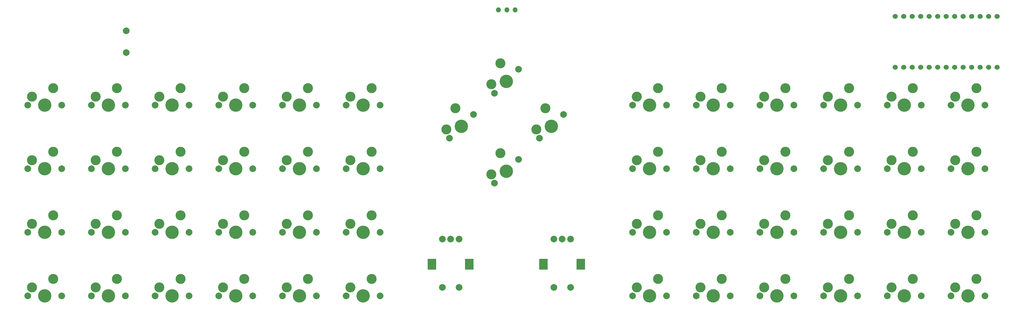
<source format=gts>
G04 #@! TF.GenerationSoftware,KiCad,Pcbnew,(6.0.2)*
G04 #@! TF.CreationDate,2022-02-25T11:44:51+09:00*
G04 #@! TF.ProjectId,RoSoR,526f536f-522e-46b6-9963-61645f706362,rev?*
G04 #@! TF.SameCoordinates,Original*
G04 #@! TF.FileFunction,Soldermask,Top*
G04 #@! TF.FilePolarity,Negative*
%FSLAX46Y46*%
G04 Gerber Fmt 4.6, Leading zero omitted, Abs format (unit mm)*
G04 Created by KiCad (PCBNEW (6.0.2)) date 2022-02-25 11:44:51*
%MOMM*%
%LPD*%
G01*
G04 APERTURE LIST*
%ADD10C,4.000000*%
%ADD11C,3.000000*%
%ADD12C,2.000000*%
%ADD13R,2.500000X3.200000*%
%ADD14C,1.524000*%
%ADD15O,1.500000X1.500000*%
G04 APERTURE END LIST*
D10*
X252412500Y-47625000D03*
D11*
X254952500Y-42545000D03*
D12*
X257492500Y-47625000D03*
X247332500Y-47625000D03*
D11*
X248602500Y-45085000D03*
D10*
X184920385Y-53951635D03*
D12*
X188512487Y-50359533D03*
D11*
X180430257Y-54849661D03*
X183124334Y-48563481D03*
D12*
X181328283Y-57543737D03*
D11*
X54927500Y-42545000D03*
D12*
X57467500Y-47625000D03*
D10*
X52387500Y-47625000D03*
D11*
X48577500Y-45085000D03*
D12*
X47307500Y-47625000D03*
X295592500Y-47625000D03*
D10*
X290512500Y-47625000D03*
D11*
X293052500Y-42545000D03*
X286702500Y-45085000D03*
D12*
X285432500Y-47625000D03*
X57745458Y-25325072D03*
X57745458Y-31825072D03*
X209232500Y-85725000D03*
D10*
X214312500Y-85725000D03*
D11*
X210502500Y-83185000D03*
X216852500Y-80645000D03*
D12*
X219392500Y-85725000D03*
X114617500Y-85725000D03*
D11*
X105727500Y-83185000D03*
D10*
X109537500Y-85725000D03*
D12*
X104457500Y-85725000D03*
D11*
X112077500Y-80645000D03*
D12*
X28257500Y-85725000D03*
D11*
X35877500Y-80645000D03*
D12*
X38417500Y-85725000D03*
D10*
X33337500Y-85725000D03*
D11*
X29527500Y-83185000D03*
D12*
X266382500Y-85725000D03*
D11*
X274002500Y-80645000D03*
X267652500Y-83185000D03*
D10*
X271462500Y-85725000D03*
D12*
X276542500Y-85725000D03*
D10*
X252412500Y-85725000D03*
D11*
X254952500Y-80645000D03*
D12*
X247332500Y-85725000D03*
D11*
X248602500Y-83185000D03*
D12*
X257492500Y-85725000D03*
X76517500Y-66675000D03*
D11*
X67627500Y-64135000D03*
D10*
X71437500Y-66675000D03*
D11*
X73977500Y-61595000D03*
D12*
X66357500Y-66675000D03*
D10*
X252412500Y-104775000D03*
D12*
X247332500Y-104775000D03*
X257492500Y-104775000D03*
D11*
X254952500Y-99695000D03*
X248602500Y-102235000D03*
D12*
X133667500Y-66675000D03*
D11*
X131127500Y-61595000D03*
X124777500Y-64135000D03*
D10*
X128587500Y-66675000D03*
D12*
X123507500Y-66675000D03*
X95567500Y-104775000D03*
D11*
X86677500Y-102235000D03*
X93027500Y-99695000D03*
D12*
X85407500Y-104775000D03*
D10*
X90487500Y-104775000D03*
D12*
X285432500Y-85725000D03*
D11*
X286702500Y-83185000D03*
D10*
X290512500Y-85725000D03*
D12*
X295592500Y-85725000D03*
D11*
X293052500Y-80645000D03*
D12*
X66357500Y-47625000D03*
D11*
X73977500Y-42545000D03*
X67627500Y-45085000D03*
D12*
X76517500Y-47625000D03*
D10*
X71437500Y-47625000D03*
D12*
X238442500Y-47625000D03*
X228282500Y-47625000D03*
D11*
X235902500Y-42545000D03*
X229552500Y-45085000D03*
D10*
X233362500Y-47625000D03*
D11*
X305752500Y-83185000D03*
D12*
X304482500Y-85725000D03*
D11*
X312102500Y-80645000D03*
D10*
X309562500Y-85725000D03*
D12*
X314642500Y-85725000D03*
D10*
X309562500Y-104775000D03*
D12*
X304482500Y-104775000D03*
D11*
X312102500Y-99695000D03*
X305752500Y-102235000D03*
D12*
X314642500Y-104775000D03*
X238442500Y-66675000D03*
D11*
X229552500Y-64135000D03*
X235902500Y-61595000D03*
D12*
X228282500Y-66675000D03*
D10*
X233362500Y-66675000D03*
X233362500Y-104775000D03*
D11*
X229552500Y-102235000D03*
D12*
X238442500Y-104775000D03*
D11*
X235902500Y-99695000D03*
D12*
X228282500Y-104775000D03*
X38417500Y-47625000D03*
D11*
X29527500Y-45085000D03*
D12*
X28257500Y-47625000D03*
D10*
X33337500Y-47625000D03*
D11*
X35877500Y-42545000D03*
D12*
X157281250Y-87750000D03*
X152281250Y-87750000D03*
X154781250Y-87750000D03*
D13*
X160381250Y-95250000D03*
X149181250Y-95250000D03*
D12*
X152281250Y-102250000D03*
X157281250Y-102250000D03*
X190618750Y-87750000D03*
X185618750Y-87750000D03*
X188118750Y-87750000D03*
D13*
X182518750Y-95250000D03*
X193718750Y-95250000D03*
D12*
X185618750Y-102250000D03*
X190618750Y-102250000D03*
X47307500Y-85725000D03*
D10*
X52387500Y-85725000D03*
D11*
X48577500Y-83185000D03*
D12*
X57467500Y-85725000D03*
D11*
X54927500Y-80645000D03*
X267652500Y-45085000D03*
D10*
X271462500Y-47625000D03*
D11*
X274002500Y-42545000D03*
D12*
X276542500Y-47625000D03*
X266382500Y-47625000D03*
D11*
X305752500Y-64135000D03*
D12*
X304482500Y-66675000D03*
X314642500Y-66675000D03*
D10*
X309562500Y-66675000D03*
D11*
X312102500Y-61595000D03*
D14*
X290322000Y-36231400D03*
X292862000Y-36231400D03*
X295402000Y-36231400D03*
X297942000Y-36231400D03*
X300482000Y-36231400D03*
X303022000Y-36231400D03*
X305562000Y-36231400D03*
X308102000Y-36231400D03*
X310642000Y-36231400D03*
X313182000Y-36231400D03*
X315722000Y-36231400D03*
X318262000Y-36231400D03*
X318262000Y-21011400D03*
X315722000Y-21011400D03*
X313182000Y-21011400D03*
X310642000Y-21011400D03*
X308102000Y-21011400D03*
X305562000Y-21011400D03*
X303022000Y-21011400D03*
X300482000Y-21011400D03*
X297942000Y-21011400D03*
X295402000Y-21011400D03*
X292862000Y-21011400D03*
X290322000Y-21011400D03*
X287782000Y-21011400D03*
X287782000Y-36231400D03*
D12*
X175042102Y-36889148D03*
D11*
X166959872Y-41379276D03*
X169653949Y-35093096D03*
D12*
X167857898Y-44073352D03*
D10*
X171450000Y-40481250D03*
X128587500Y-47625000D03*
D12*
X133667500Y-47625000D03*
X123507500Y-47625000D03*
D11*
X131127500Y-42545000D03*
X124777500Y-45085000D03*
D12*
X104457500Y-104775000D03*
D11*
X105727500Y-102235000D03*
D12*
X114617500Y-104775000D03*
D11*
X112077500Y-99695000D03*
D10*
X109537500Y-104775000D03*
D11*
X48577500Y-64135000D03*
D12*
X57467500Y-66675000D03*
D11*
X54927500Y-61595000D03*
D12*
X47307500Y-66675000D03*
D10*
X52387500Y-66675000D03*
D11*
X105727500Y-64135000D03*
D12*
X104457500Y-66675000D03*
D11*
X112077500Y-61595000D03*
D12*
X114617500Y-66675000D03*
D10*
X109537500Y-66675000D03*
D12*
X161571718Y-50359533D03*
D11*
X153489488Y-54849661D03*
D12*
X154387514Y-57543737D03*
D11*
X156183565Y-48563481D03*
D10*
X157979616Y-53951635D03*
X214312500Y-47625000D03*
D11*
X210502500Y-45085000D03*
D12*
X219392500Y-47625000D03*
X209232500Y-47625000D03*
D11*
X216852500Y-42545000D03*
D12*
X66357500Y-85725000D03*
X76517500Y-85725000D03*
D11*
X67627500Y-83185000D03*
X73977500Y-80645000D03*
D10*
X71437500Y-85725000D03*
X252412500Y-66675000D03*
D11*
X248602500Y-64135000D03*
D12*
X257492500Y-66675000D03*
D11*
X254952500Y-61595000D03*
D12*
X247332500Y-66675000D03*
X266382500Y-104775000D03*
D11*
X274002500Y-99695000D03*
X267652500Y-102235000D03*
D10*
X271462500Y-104775000D03*
D12*
X276542500Y-104775000D03*
X295592500Y-66675000D03*
D10*
X290512500Y-66675000D03*
D11*
X286702500Y-64135000D03*
X293052500Y-61595000D03*
D12*
X285432500Y-66675000D03*
X285432500Y-104775000D03*
D10*
X290512500Y-104775000D03*
D11*
X293052500Y-99695000D03*
D12*
X295592500Y-104775000D03*
D11*
X286702500Y-102235000D03*
D10*
X71437500Y-104775000D03*
D11*
X73977500Y-99695000D03*
D12*
X66357500Y-104775000D03*
X76517500Y-104775000D03*
D11*
X67627500Y-102235000D03*
D12*
X209232500Y-104775000D03*
D11*
X210502500Y-102235000D03*
D12*
X219392500Y-104775000D03*
D10*
X214312500Y-104775000D03*
D11*
X216852500Y-99695000D03*
X305752500Y-45085000D03*
X312102500Y-42545000D03*
D12*
X304482500Y-47625000D03*
D10*
X309562500Y-47625000D03*
D12*
X314642500Y-47625000D03*
D10*
X90487500Y-66675000D03*
D11*
X86677500Y-64135000D03*
D12*
X95567500Y-66675000D03*
X85407500Y-66675000D03*
D11*
X93027500Y-61595000D03*
D12*
X219392500Y-66675000D03*
D11*
X210502500Y-64135000D03*
D10*
X214312500Y-66675000D03*
D11*
X216852500Y-61595000D03*
D12*
X209232500Y-66675000D03*
X114617500Y-47625000D03*
D11*
X105727500Y-45085000D03*
D10*
X109537500Y-47625000D03*
D11*
X112077500Y-42545000D03*
D12*
X104457500Y-47625000D03*
D11*
X93027500Y-80645000D03*
D12*
X85407500Y-85725000D03*
X95567500Y-85725000D03*
D10*
X90487500Y-85725000D03*
D11*
X86677500Y-83185000D03*
X124777500Y-83185000D03*
D12*
X133667500Y-85725000D03*
D10*
X128587500Y-85725000D03*
D11*
X131127500Y-80645000D03*
D12*
X123507500Y-85725000D03*
D11*
X35877500Y-61595000D03*
D12*
X38417500Y-66675000D03*
D11*
X29527500Y-64135000D03*
D12*
X28257500Y-66675000D03*
D10*
X33337500Y-66675000D03*
X128587500Y-104775000D03*
D11*
X131127500Y-99695000D03*
D12*
X133667500Y-104775000D03*
X123507500Y-104775000D03*
D11*
X124777500Y-102235000D03*
D12*
X38417500Y-104775000D03*
D11*
X29527500Y-102235000D03*
X35877500Y-99695000D03*
D10*
X33337500Y-104775000D03*
D12*
X28257500Y-104775000D03*
D15*
X171568750Y-19050000D03*
X169068750Y-19050000D03*
X174068750Y-19050000D03*
D12*
X85407500Y-47625000D03*
D10*
X90487500Y-47625000D03*
D12*
X95567500Y-47625000D03*
D11*
X86677500Y-45085000D03*
X93027500Y-42545000D03*
X54927500Y-99695000D03*
D12*
X57467500Y-104775000D03*
D11*
X48577500Y-102235000D03*
D12*
X47307500Y-104775000D03*
D10*
X52387500Y-104775000D03*
X171450000Y-67422019D03*
D11*
X166959872Y-68320045D03*
D12*
X175042102Y-63829917D03*
X167857898Y-71014121D03*
D11*
X169653949Y-62033865D03*
X229552500Y-83185000D03*
D12*
X228282500Y-85725000D03*
D10*
X233362500Y-85725000D03*
D11*
X235902500Y-80645000D03*
D12*
X238442500Y-85725000D03*
X276542500Y-66675000D03*
X266382500Y-66675000D03*
D11*
X274002500Y-61595000D03*
D10*
X271462500Y-66675000D03*
D11*
X267652500Y-64135000D03*
M02*

</source>
